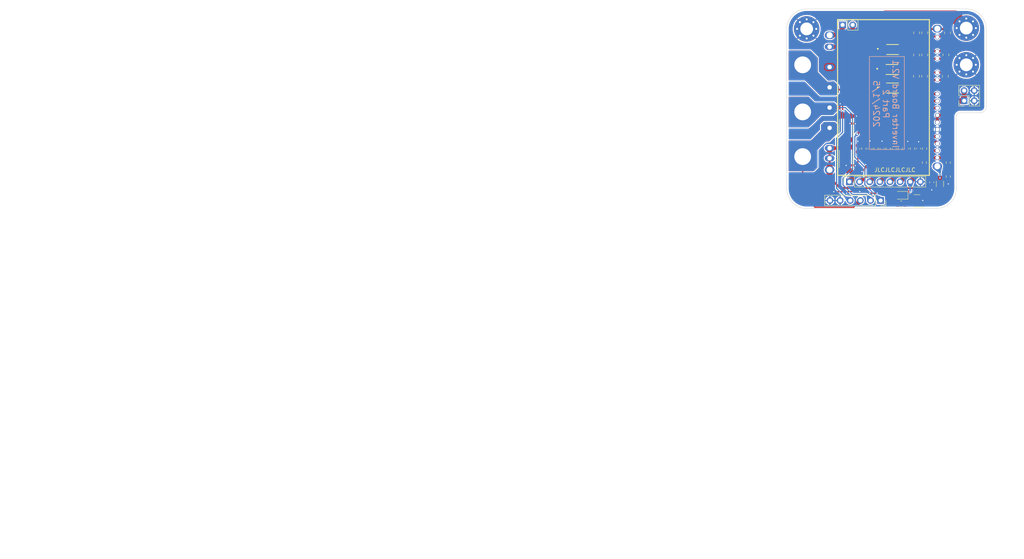
<source format=kicad_pcb>
(kicad_pcb (version 20221018) (generator pcbnew)
  (layers (0 "F.Cu" signal) (31 "B.Cu" signal) (34 "B.Paste" user) (35 "F.Paste" user) (36 "B.SilkS" user "B.Silkscreen") (37 "F.SilkS" user "F.Silkscreen") (38 "B.Mask" user) (39 "F.Mask" user) (44 "Edge.Cuts" user))
  (net 0 "")
  (net 1 "GND")
  (net 2 "+5V1")
  (net 3 "DC_BUS")
  (net 4 "/M+1")
  (net 5 "/M-1")
  (net 6 "/M+2")
  (net 7 "/M-2")
  (net 8 "/M+3")
  (net 9 "/M-3")
  (net 10 "/OPWM1A")
  (net 11 "/OPWM2A")
  (net 12 "/OPWM3A")
  (net 13 "/OPWM1B")
  (net 14 "/OPWM2B")
  (net 15 "/OPWM3B")
  (net 16 "Net-(Q2-CSC)")
  (net 17 "+15V1")
  (net 18 "Net-(D1-K)")
  (net 19 "/U")
  (net 20 "/V")
  (net 21 "/W")
  (net 22 "Net-(J13-Pin_1)")
  (net 23 "Net-(Q1-B)")
  (net 24 "Net-(Q1-C)")
  (net 25 "/CSC")
  (net 26 "/DSP_PWM1_~{FAULT_5V}")
  (net 27 "Net-(Q2-IN(WL))")
  (net 28 "Net-(Q2-IN(VL))")
  (net 29 "Net-(Q2-IN(UL))")
  (net 30 "Net-(Q2-IN(WH))")
  (net 31 "Net-(Q2-IN(VH))")
  (net 32 "Net-(Q2-IN(UH))")
  (net 33 "Net-(J13-Pin_2)")
  (footprint "inverter_lib:MELF_DO-213AB" (layer "F.Cu") (at 64.85 31.2)
    (fp_text reference "Z1" hide)
    (fp_text value "ZM4746A-GS08" hide)
    (pad "1" smd rect (at -2.625 0 90) (size 3 1.25) (layers "F.Cu" "F.Paste" "F.Mask") (net 4 "/M+1"))
    (pad "2" smd rect (at 2.625 0 90) (size 3 1.25) (layers "F.Cu" "F.Paste" "F.Mask") (net 5 "/M-1"))
  )
  (footprint "inverter_lib:MELF_DO-213AB" (layer "F.Cu") (at 64.7 36.2)
    (fp_text reference "Z2" hide)
    (fp_text value "ZM4746A-GS08" hide)
    (pad "1" smd rect (at -2.625 0 90) (size 3 1.25) (layers "F.Cu" "F.Paste" "F.Mask") (net 6 "/M+2"))
    (pad "2" smd rect (at 2.625 0 90) (size 3 1.25) (layers "F.Cu" "F.Paste" "F.Mask") (net 7 "/M-2"))
  )
  (footprint "Capacitor_SMD:C_0805_2012Metric" (layer "F.Cu") (at 72.925 32.556369 -90)
    (fp_text reference "C10" hide)
    (fp_text value "2.2uf")
    (pad "1" smd roundrect (at -0.95 0 270) (size 1 1.45) (layers "F.Cu" "F.Paste" "F.Mask") (net 6 "/M+2"))
    (pad "2" smd roundrect (at 0.95 0 270) (size 1 1.45) (layers "F.Cu" "F.Paste" "F.Mask") (net 7 "/M-2"))
  )
  (footprint "Resistor_SMD:R_2512_6332Metric" (layer "F.Cu") (at 53.25 58.618869 -90)
    (fp_text reference "R19" hide)
    (fp_text value "8mR")
    (pad "1" smd roundrect (at -2.9625 0 270) (size 1.225 3.35) (layers "F.Cu" "F.Paste" "F.Mask") (roundrect_rratio 0.2040816327) (net 25 "/CSC"))
    (pad "2" smd roundrect (at 2.9625 0 270) (size 1.225 3.35) (layers "F.Cu" "F.Paste" "F.Mask") (roundrect_rratio 0.2040816327) (net 1 "GND"))
  )
  (footprint "Resistor_SMD:R_0603_1608Metric" (layer "F.Cu") (at 60.710738 56.031369 -90)
    (fp_text reference "R14" hide)
    (fp_text value "100R")
    (pad "1" smd roundrect (at -0.825 0 270) (size 0.8 0.95) (layers "F.Cu" "F.Paste" "F.Mask") (net 31 "Net-(Q2-IN(VH))"))
    (pad "2" smd roundrect (at 0.825 0 270) (size 0.8 0.95) (layers "F.Cu" "F.Paste" "F.Mask") (net 11 "/OPWM2A"))
  )
  (footprint "Resistor_SMD:R_0603_1608Metric" (layer "F.Cu") (at 72.87271 56.031369 -90)
    (fp_text reference "R18" hide)
    (fp_text value "100R")
    (pad "1" smd roundrect (at -0.825 0 270) (size 0.8 0.95) (layers "F.Cu" "F.Paste" "F.Mask") (net 27 "Net-(Q2-IN(WL))"))
    (pad "2" smd roundrect (at 0.825 0 270) (size 0.8 0.95) (layers "F.Cu" "F.Paste" "F.Mask") (net 15 "/OPWM3B"))
  )
  (footprint "Resistor_SMD:R_0805_2012Metric" (layer "F.Cu") (at 67.025 69.881369 180)
    (fp_text reference "R3" hide)
    (fp_text value "301R")
    (pad "1" smd roundrect (at -0.9125 0 180) (size 1.025 1.4) (layers "F.Cu" "F.Paste" "F.Mask") (roundrect_rratio 0.243902439) (net 24 "Net-(Q1-C)"))
    (pad "2" smd roundrect (at 0.9125 0 180) (size 1.025 1.4) (layers "F.Cu" "F.Paste" "F.Mask") (roundrect_rratio 0.243902439) (net 18 "Net-(D1-K)"))
  )
  (footprint "Resistor_SMD:R_1206_3216Metric" (layer "F.Cu") (at 76.725 64.871369 -90)
    (fp_text reference "R21" hide)
    (fp_text value "2k")
    (pad "1" smd roundrect (at -1.4625 0 270) (size 1.125 1.75) (layers "F.Cu" "F.Paste" "F.Mask") (roundrect_rratio 0.2222222222) (net 16 "Net-(Q2-CSC)"))
    (pad "2" smd roundrect (at 1.4625 0 270) (size 1.125 1.75) (layers "F.Cu" "F.Paste" "F.Mask") (roundrect_rratio 0.2222222222) (net 25 "/CSC"))
  )
  (footprint "Resistor_SMD:R_0603_1608Metric" (layer "F.Cu") (at 69.832214 56.031369 -90)
    (fp_text reference "R17" hide)
    (fp_text value "100R")
    (pad "1" smd roundrect (at -0.825 0 270) (size 0.8 0.95) (layers "F.Cu" "F.Paste" "F.Mask") (net 28 "Net-(Q2-IN(VL))"))
    (pad "2" smd roundrect (at 0.825 0 270) (size 0.8 0.95) (layers "F.Cu" "F.Paste" "F.Mask") (net 14 "/OPWM2B"))
  )
  (footprint "Resistor_SMD:R_0603_1608Metric" (layer "F.Cu") (at 78.825 59.531369 90)
    (fp_text reference "R6" hide)
    (fp_text value "10K")
    (pad "1" smd roundrect (at -0.825 0 90) (size 0.8 0.95) (layers "F.Cu" "F.Paste" "F.Mask") (net 23 "Net-(Q1-B)"))
    (pad "2" smd roundrect (at 0.825 0 90) (size 0.8 0.95) (layers "F.Cu" "F.Paste" "F.Mask") (net 26 "/DSP_PWM1_~{FAULT_5V}"))
  )
  (footprint "Capacitor_SMD:C_0603_1608Metric" (layer "F.Cu") (at 71.35246 56.031369 -90)
    (fp_text reference "C20" hide)
    (fp_text value "100pf")
    (pad "1" smd roundrect (at -0.775 0 270) (size 0.9 0.95) (layers "F.Cu" "F.Paste" "F.Mask") (net 1 "GND"))
    (pad "2" smd roundrect (at 0.775 0 270) (size 0.9 0.95) (layers "F.Cu" "F.Paste" "F.Mask") (net 15 "/OPWM3B"))
  )
  (footprint "Capacitor_SMD:C_0805_2012Metric" (layer "F.Cu") (at 78.625 27.031369 -90)
    (fp_text reference "C7" hide)
    (fp_text value "100nf")
    (pad "1" smd roundrect (at -0.95 0 270) (size 1 1.45) (layers "F.Cu" "F.Paste" "F.Mask") (net 4 "/M+1"))
    (pad "2" smd roundrect (at 0.95 0 270) (size 1 1.45) (layers "F.Cu" "F.Paste" "F.Mask") (net 5 "/M-1"))
  )
  (footprint "Capacitor_SMD:C_0805_2012Metric" (layer "F.Cu") (at 72.92 27.006369 -90)
    (fp_text reference "C5" hide)
    (fp_text value "2.2uf")
    (pad "1" smd roundrect (at -0.95 0 270) (size 1 1.45) (layers "F.Cu" "F.Paste" "F.Mask") (net 4 "/M+1"))
    (pad "2" smd roundrect (at 0.95 0 270) (size 1 1.45) (layers "F.Cu" "F.Paste" "F.Mask") (net 5 "/M-1"))
  )
  (footprint "Capacitor_SMD:C_0805_2012Metric" (layer "F.Cu") (at 70.855 37.881369 -90)
    (fp_text reference "C13" hide)
    (fp_text value "2.2uf")
    (pad "1" smd roundrect (at -0.95 0 270) (size 1 1.45) (layers "F.Cu" "F.Paste" "F.Mask") (net 8 "/M+3"))
    (pad "2" smd roundrect (at 0.95 0 270) (size 1 1.45) (layers "F.Cu" "F.Paste" "F.Mask") (net 9 "/M-3"))
  )
  (footprint "inverter_lib:M3_smt" (layer "F.Cu") (at 42.325 35.031369)
    (fp_text reference "J8" hide)
    (fp_text value "Header 2")
    (pad "1" thru_hole circle (at 0 0) (size 6.2 6.2) (drill 4.2) (layers "*.Cu" "*.Mask") (net 19 "/U"))
  )
  (footprint "Resistor_SMD:R_2512_6332Metric" (layer "F.Cu") (at 53.25 50.843869 90)
    (fp_text reference "R20" hide)
    (fp_text value "8mR")
    (pad "1" smd roundrect (at -2.9625 0 90) (size 1.225 3.35) (layers "F.Cu" "F.Paste" "F.Mask") (roundrect_rratio 0.2040816327) (net 25 "/CSC"))
    (pad "2" smd roundrect (at 2.9625 0 90) (size 1.225 3.35) (layers "F.Cu" "F.Paste" "F.Mask") (roundrect_rratio 0.2040816327) (net 1 "GND"))
  )
  (footprint "Resistor_SMD:R_0603_1608Metric" (layer "F.Cu") (at 57.670246 56.031369 -90)
    (fp_text reference "R13" hide)
    (fp_text value "100R")
    (pad "1" smd roundrect (at -0.825 0 270) (size 0.8 0.95) (layers "F.Cu" "F.Paste" "F.Mask") (net 32 "Net-(Q2-IN(UH))"))
    (pad "2" smd roundrect (at 0.825 0 270) (size 0.8 0.95) (layers "F.Cu" "F.Paste" "F.Mask") (net 10 "/OPWM1A"))
  )
  (footprint "Capacitor_SMD:C_0603_1608Metric" (layer "F.Cu") (at 59.190492 56.031369 -90)
    (fp_text reference "C16" hide)
    (fp_text value "100pf")
    (pad "1" smd roundrect (at -0.775 0 270) (size 0.9 0.95) (layers "F.Cu" "F.Paste" "F.Mask") (net 1 "GND"))
    (pad "2" smd roundrect (at 0.775 0 270) (size 0.9 0.95) (layers "F.Cu" "F.Paste" "F.Mask") (net 11 "/OPWM2A"))
  )
  (footprint "MountingHole:MountingHole_3.2mm_M3_Pad_Via" (layer "F.Cu") (at 83.325 25.831369)
    (fp_text reference "H1" hide)
    (fp_text value "MountingHole_Pad")
    (pad "1" thru_hole circle (at -2.4 0) (size 0.8 0.8) (drill 0.5) (layers "*.Cu" "*.Mask") (net 3 "DC_BUS"))
    (pad "1" thru_hole circle (at -1.697056 -1.697056) (size 0.8 0.8) (drill 0.5) (layers "*.Cu" "*.Mask") (net 3 "DC_BUS"))
    (pad "1" thru_hole circle (at -1.697056 1.697056) (size 0.8 0.8) (drill 0.5) (layers "*.Cu" "*.Mask") (net 3 "DC_BUS"))
    (pad "1" thru_hole circle (at 0 -2.4) (size 0.8 0.8) (drill 0.5) (layers "*.Cu" "*.Mask") (net 3 "DC_BUS"))
    (pad "1" thru_hole circle (at 0 0) (size 6.4 6.4) (drill 3.2) (layers "*.Cu" "*.Mask") (net 3 "DC_BUS"))
    (pad "1" thru_hole circle (at 0 2.4) (size 0.8 0.8) (drill 0.5) (layers "*.Cu" "*.Mask") (net 3 "DC_BUS"))
    (pad "1" thru_hole circle (at 1.697056 -1.697056) (size 0.8 0.8) (drill 0.5) (layers "*.Cu" "*.Mask") (net 3 "DC_BUS"))
    (pad "1" thru_hole circle (at 1.697056 1.697056) (size 0.8 0.8) (drill 0.5) (layers "*.Cu" "*.Mask") (net 3 "DC_BUS"))
    (pad "1" thru_hole circle (at 2.4 0) (size 0.8 0.8) (drill 0.5) (layers "*.Cu" "*.Mask") (net 3 "DC_BUS"))
  )
  (footprint "LED_SMD:LED_0805_2012Metric" (layer "F.Cu") (at 67.025 67.731369 180)
    (fp_text reference "D1" hide)
    (fp_text value "LEDRED")
    (pad "1" smd roundrect (at -0.9375 0 180) (size 0.975 1.4) (layers "F.Cu" "F.Paste" "F.Mask") (net 2 "+5V1"))
    (pad "2" smd roundrect (at 0.9375 0 180) (size 0.975 1.4) (layers "F.Cu" "F.Paste" "F.Mask") (net 18 "Net-(D1-K)"))
  )
  (footprint "inverter_lib:M3_smt" (layer "F.Cu") (at 42.325 58.031369)
    (fp_text reference "J11" hide)
    (fp_text value "Header 2")
    (pad "1" thru_hole circle (at 0 0) (size 6.2 6.2) (drill 4.2) (layers "*.Cu" "*.Mask") (net 21 "/W"))
  )
  (footprint "Capacitor_SMD:C_0805_2012Metric" (layer "F.Cu") (at 70.875 32.556369 -90)
    (fp_text reference "C9" hide)
    (fp_text value "2.2uf")
    (pad "1" smd roundrect (at -0.95 0 270) (size 1 1.45) (layers "F.Cu" "F.Paste" "F.Mask") (net 6 "/M+2"))
    (pad "2" smd roundrect (at 0.95 0 270) (size 1 1.45) (layers "F.Cu" "F.Paste" "F.Mask") (net 7 "/M-2"))
  )
  (footprint "Capacitor_SMD:C_0805_2012Metric" (layer "F.Cu") (at 72.905 37.881369 -90)
    (fp_text reference "C12" hide)
    (fp_text value "2.2uf")
    (pad "1" smd roundrect (at -0.95 0 270) (size 1 1.45) (layers "F.Cu" "F.Paste" "F.Mask") (net 8 "/M+3"))
    (pad "2" smd roundrect (at 0.95 0 270) (size 1 1.45) (layers "F.Cu" "F.Paste" "F.Mask") (net 9 "/M-3"))
  )
  (footprint "Capacitor_SMD:C_0603_1608Metric" (layer "F.Cu") (at 65.271476 56.031369 -90)
    (fp_text reference "C18" hide)
    (fp_text value "100pf")
    (pad "1" smd roundrect (at -0.775 0 270) (size 0.9 0.95) (layers "F.Cu" "F.Paste" "F.Mask") (net 1 "GND"))
    (pad "2" smd roundrect (at 0.775 0 270) (size 0.9 0.95) (layers "F.Cu" "F.Paste" "F.Mask") (net 13 "/OPWM1B"))
  )
  (footprint "inverter_lib:MELF_DO-213AB" (layer "F.Cu") (at 64.85 40.85)
    (fp_text reference "Z3" hide)
    (fp_text value "ZM4746A-GS08" hide)
    (pad "1" smd rect (at -2.625 0 90) (size 3 1.25) (layers "F.Cu" "F.Paste" "F.Mask") (net 8 "/M+3"))
    (pad "2" smd rect (at 2.625 0 90) (size 3 1.25) (layers "F.Cu" "F.Paste" "F.Mask") (net 9 "/M-3"))
  )
  (footprint "Resistor_SMD:R_0603_1608Metric" (layer "F.Cu") (at 78.825 63.031369 -90)
    (fp_text reference "R7" hide)
    (fp_text value "2K")
    (pad "1" smd roundrect (at -0.825 0 270) (size 0.8 0.95) (layers "F.Cu" "F.Paste" "F.Mask") (net 23 "Net-(Q1-B)"))
    (pad "2" smd roundrect (at 0.825 0 270) (size 0.8 0.95) (layers "F.Cu" "F.Paste" "F.Mask") (net 1 "GND"))
  )
  (footprint "Connector_PinSocket_2.54mm:PinSocket_2x02_P2.54mm_Vertical" (layer "F.Cu") (at 82.785 44.031369 180)
    (fp_text reference "J12" hide)
    (fp_text value "Conn_01x02_Pin")
    (pad "1" thru_hole rect (at 0 0 180) (size 1.7 1.7) (drill 1) (layers "*.Cu" "*.Mask") (net 17 "+15V1"))
    (pad "2" thru_hole oval (at -2.54 0 180) (size 1.7 1.7) (drill 1) (layers "*.Cu" "*.Mask") (net 1 "GND"))
    (pad "3" thru_hole oval (at 0 2.54 180) (size 1.7 1.7) (drill 1) (layers "*.Cu" "*.Mask") (net 17 "+15V1"))
    (pad "4" thru_hole oval (at -2.54 2.54 180) (size 1.7 1.7) (drill 1) (layers "*.Cu" "*.Mask") (net 1 "GND"))
  )
  (footprint "Package_TO_SOT_SMD:SOT-23-3" (layer "F.Cu") (at 70.975 69.131369 180)
    (fp_text reference "Q1" hide)
    (fp_text value "FMMT618TA")
    (pad "1" smd roundrect (at -1.1375 -0.95 180) (size 1.325 0.6) (layers "F.Cu" "F.Paste" "F.Mask") (net 23 "Net-(Q1-B)"))
    (pad "2" smd roundrect (at -1.1375 0.95 180) (size 1.325 0.6) (layers "F.Cu" "F.Paste" "F.Mask") (net 1 "GND"))
    (pad "3" smd roundrect (at 1.1375 0 180) (size 1.325 0.6) (layers "F.Cu" "F.Paste" "F.Mask") (net 24 "Net-(Q1-C)"))
  )
  (footprint "Capacitor_SMD:C_0603_1608Metric" (layer "F.Cu") (at 74.675 64.471369 90)
    (fp_text reference "C21" hide)
    (fp_text value "1nf")
    (pad "1" smd roundrect (at -0.775 0 90) (size 0.9 0.95) (layers "F.Cu" "F.Paste" "F.Mask") (net 1 "GND"))
    (pad "2" smd roundrect (at 0.775 0 90) (size 0.9 0.95) (layers "F.Cu" "F.Paste" "F.Mask") (net 16 "Net-(Q2-CSC)"))
  )
  (footprint "Capacitor_SMD:C_0805_2012Metric" (layer "F.Cu") (at 78.225 32.531369 -90)
    (fp_text reference "C11" hide)
    (fp_text value "100nf")
    (pad "1" smd roundrect (at -0.95 0 270) (size 1 1.45) (layers "F.Cu" "F.Paste" "F.Mask") (net 6 "/M+2"))
    (pad "2" smd roundrect (at 0.95 0 270) (size 1 1.45) (layers "F.Cu" "F.Paste" "F.Mask") (net 7 "/M-2"))
  )
  (footprint "Connector_PinSocket_2.54mm:PinSocket_1x08_P2.54mm_Vertical" (layer "F.Cu") (at 54.041 64.338369 90)
    (fp_text reference "J2" hide)
    (fp_text value "Conn_01x08_Pin")
    (pad "1" thru_hole rect (at 0 0 90) (size 1.7 1.7) (drill 1) (layers "*.Cu" "*.Mask") (net 10 "/OPWM1A"))
    (pad "2" thru_hole oval (at 0 2.54 90) (size 1.7 1.7) (drill 1) (layers "*.Cu" "*.Mask") (net 11 "/OPWM2A"))
    (pad "3" thru_hole oval (at 0 5.08 90) (size 1.7 1.7) (drill 1) (layers "*.Cu" "*.Mask") (net 12 "/OPWM3A"))
    (pad "4" thru_hole oval (at 0 7.62 90) (size 1.7 1.7) (drill 1) (layers "*.Cu" "*.Mask") (net 13 "/OPWM1B"))
    (pad "5" thru_hole oval (at 0 10.16 90) (size 1.7 1.7) (drill 1) (layers "*.Cu" "*.Mask") (net 14 "/OPWM2B"))
    (pad "6" thru_hole oval (at 0 12.7 90) (size 1.7 1.7) (drill 1) (layers "*.Cu" "*.Mask") (net 15 "/OPWM3B"))
    (pad "7" thru_hole oval (at 0 15.24 90) (size 1.7 1.7) (drill 1) (layers "*.Cu" "*.Mask") (net 2 "+5V1"))
    (pad "8" thru_hole oval (at 0 17.78 90) (size 1.7 1.7) (drill 1) (layers "*.Cu" "*.Mask") (net 1 "GND"))
  )
  (footprint "Capacitor_SMD:C_0603_1608Metric" (layer "F.Cu") (at 56.15 56.031369 -90)
    (fp_text reference "C15" hide)
    (fp_text value "100pf")
    (pad "1" smd roundrect (at -0.775 0 270) (size 0.9 0.95) (layers "F.Cu" "F.Paste" "F.Mask") (net 1 "GND"))
    (pad "2" smd roundrect (at 0.775 0 270) (size 0.9 0.95) (layers "F.Cu" "F.Paste" "F.Mask") (net 10 "/OPWM1A"))
  )
  (footprint "Connector_PinSocket_2.54mm:PinSocket_1x02_P2.54mm_Vertical" (layer "F.Cu") (at 52.325 25.031369 90)
    (fp_text reference "J13" hide)
    (fp_text value "Conn_01x02_Pin")
    (pad "1" thru_hole rect (at 0 0 90) (size 1.7 1.7) (drill 1) (layers "*.Cu" "*.Mask") (net 22 "Net-(J13-Pin_1)"))
    (pad "2" thru_hole oval (at 0 2.54 90) (size 1.7 1.7) (drill 1) (layers "*.Cu" "*.Mask") (net 33 "Net-(J13-Pin_2)"))
  )
  (footprint "Capacitor_SMD:C_0603_1608Metric" (layer "F.Cu") (at 68.311968 56.031369 -90)
    (fp_text reference "C19" hide)
    (fp_text value "100pf")
    (pad "1" smd roundrect (at -0.775 0 270) (size 0.9 0.95) (layers "F.Cu" "F.Paste" "F.Mask") (net 1 "GND"))
    (pad "2" smd roundrect (at 0.775 0 270) (size 0.9 0.95) (layers "F.Cu" "F.Paste" "F.Mask") (net 14 "/OPWM2B"))
  )
  (footprint "Capacitor_SMD:C_0805_2012Metric" (layer "F.Cu") (at 78.075 37.901369 -90)
    (fp_text reference "C14" hide)
    (fp_text value "100nf")
    (pad "1" smd roundrect (at -0.95 0 270) (size 1 1.45) (layers "F.Cu" "F.Paste" "F.Mask") (net 8 "/M+3"))
    (pad "2" smd roundrect (at 0.95 0 270) (size 1 1.45) (layers "F.Cu" "F.Paste" "F.Mask") (net 9 "/M-3"))
  )
  (footprint "Resistor_SMD:R_0603_1608Metric" (layer "F.Cu") (at 66.791722 56.031369 -90)
    (fp_text reference "R16" hide)
    (fp_text value "100R")
    (pad "1" smd roundrect (at -0.825 0 270) (size 0.8 0.95) (layers "F.Cu" "F.Paste" "F.Mask") (net 29 "Net-(Q2-IN(UL))"))
    (pad "2" smd roundrect (at 0.825 0 270) (size 0.8 0.95) (layers "F.Cu" "F.Paste" "F.Mask") (net 13 "/OPWM1B"))
  )
  (footprint "Connector_PinSocket_2.54mm:PinSocket_1x06_P2.54mm_Vertical" (layer "F.Cu") (at 61.865 69.031369 -90)
    (fp_text reference "J10" hide)
    (fp_text value "Conn_01x06_Pin")
    (pad "1" thru_hole rect (at 0 0 270) (size 1.7 1.7) (drill 1) (layers "*.Cu" "*.Mask") (net 3 "DC_BUS"))
    (pad "2" thru_hole oval (at 0 2.54 270) (size 1.7 1.7) (drill 1) (layers "*.Cu" "*.Mask") (net 20 "/V"))
    (pad "3" thru_hole oval (at 0 5.08 270) (size 1.7 1.7) (drill 1) (layers "*.Cu" "*.Mask") (net 21 "/W"))
    (pad "4" thru_hole oval (at 0 7.62 270) (size 1.7 1.7) (drill 1) (layers "*.Cu" "*.Mask") (net 19 "/U"))
    (pad "5" thru_hole oval (at 0 10.16 270) (size 1.7 1.7) (drill 1) (layers "*.Cu" "*.Mask") (net 1 "GND"))
    (pad "6" thru_hole oval (at 0 12.7 270) (size 1.7 1.7) (drill 1) (layers "*.Cu" "*.Mask") (net 1 "GND"))
  )
  (footprint "MountingHole:MountingHole_3.2mm_M3_Pad_Via" (layer "F.Cu") (at 43.325 26.031369)
    (fp_text reference "H3" hide)
    (fp_text value "MountingHole_Pad")
    (pad "1" thru_hole circle (at -2.4 0) (size 0.8 0.8) (drill 0.5) (layers "*.Cu" "*.Mask") (net 1 "GND"))
    (pad "1" thru_hole circle (at -1.697056 -1.697056) (size 0.8 0.8) (drill 0.5) (layers "*.Cu" "*.Mask") (net 1 "GND"))
    (pad "1" thru_hole circle (at -1.697056 1.697056) (size 0.8 0.8) (drill 0.5) (layers "*.Cu" "*.Mask") (net 1 "GND"))
    (pad "1" thru_hole circle (at 0 -2.4) (size 0.8 0.8) (drill 0.5) (layers "*.Cu" "*.Mask") (net 1 "GND"))
    (pad "1" thru_hole circle (at 0 0) (size 6.4 6.4) (drill 3.2) (layers "*.Cu" "*.Mask") (net 1 "GND"))
    (pad "1" thru_hole circle (at 0 2.4) (size 0.8 0.8) (drill 0.5) (layers "*.Cu" "*.Mask") (net 1 "GND"))
    (pad "1" thru_hole circle (at 1.697056 -1.697056) (size 0.8 0.8) (drill 0.5) (layers "*.Cu" "*.Mask") (net 1 "GND"))
    (pad "1" thru_hole circle (at 1.697056 1.697056) (size 0.8 0.8) (drill 0.5) (layers "*.Cu" "*.Mask") (net 1 "GND"))
    (pad "1" thru_hole circle (at 2.4 0) (size 0.8 0.8) (drill 0.5) (layers "*.Cu" "*.Mask") (net 1 "GND"))
  )
  (footprint "Resistor_SMD:R_0603_1608Metric" (layer "F.Cu") (at 63.75123 56.031369 -90)
    (fp_text reference "R15" hide)
    (fp_text value "100R")
    (pad "1" smd roundrect (at -0.825 0 270) (size 0.8 0.95) (layers "F.Cu" "F.Paste" "F.Mask") (net 30 "Net-(Q2-IN(WH))"))
    (pad "2" smd roundrect (at 0.825 0 270) (size 0.8 0.95) (layers "F.Cu" "F.Paste" "F.Mask") (net 12 "/OPWM3A"))
  )
  (footprint "MountingHole:MountingHole_3.2mm_M3_Pad_Via" (layer "F.Cu") (at 83.325 35.031369)
    (fp_text reference "H2" hide)
    (fp_text value "MountingHole_Pad")
    (pad "1" thru_hole circle (at -2.4 0) (size 0.8 0.8) (drill 0.5) (layers "*.Cu" "*.Mask") (net 1 "GND"))
    (pad "1" thru_hole circle (at -1.697056 -1.697056) (size 0.8 0.8) (drill 0.5) (layers "*.Cu" "*.Mask") (net 1 "GND"))
    (pad "1" thru_hole circle (at -1.697056 1.697056) (size 0.8 0.8) (drill 0.5) (layers "*.Cu" "*.Mask") (net 1 "GND"))
    (pad "1" thru_hole circle (at 0 -2.4) (size 0.8 0.8) (drill 0.5) (layers "*.Cu" "*.Mask") (net 1 "GND"))
    (pad "1" thru_hole circle (at 0 0) (size 6.4 6.4) (drill 3.2) (layers "*.Cu" "*.Mask") (net 1 "GND"))
    (pad "1" thru_hole circle (at 0 2.4) (size 0.8 0.8) (drill 0.5) (layers "*.Cu" "*.Mask") (net 1 "GND"))
    (pad "1" thru_hole circle (at 1.697056 -1.697056) (size 0.8 0.8) (drill 0.5) (layers "*.Cu" "*.Mask") (net 1 "GND"))
    (pad "1" thru_hole circle (at 1.697056 1.697056) (size 0.8 0.8) (drill 0.5) (layers "*.Cu" "*.Mask") (net 1 "GND"))
    (pad "1" thru_hole circle (at 2.4 0) (size 0.8 0.8) (drill 0.5) (layers "*.Cu" "*.Mask") (net 1 "GND"))
  )
  (footprint "Resistor_SMD:R_0603_1608Metric" (layer "F.Cu") (at 72.825 59.531369 90)
    (fp_text reference "R22" hide)
    (fp_text value "1K")
    (pad "1" smd roundrect (at -0.825 0 90) (size 0.8 0.95) (layers "F.Cu" "F.Paste" "F.Mask") (net 2 "+5V1"))
    (pad "2" smd roundrect (at 0.825 0 90) (size 0.8 0.95) (layers "F.Cu" "F.Paste" "F.Mask") (net 26 "/DSP_PWM1_~{FAULT_5V}"))
  )
  (footprint "inverter_lib:M3_smt" (layer "F.Cu") (at 42.325 46.831369)
    (fp_text reference "J9" hide)
    (fp_text value "Header 2")
    (pad "1" thru_hole circle (at 0 0) (size 6.2 6.2) (drill 4.2) (layers "*.Cu" "*.Mask") (net 20 "/V"))
  )
  (footprint "Capacitor_SMD:C_0603_1608Metric" (layer "F.Cu") (at 62.230984 56.031369 -90)
    (fp_text reference "C17" hide)
    (fp_text value "100pf")
    (pad "1" smd roundrect (at -0.775 0 270) (size 0.9 0.95) (layers "F.Cu" "F.Paste" "F.Mask") (net 1 "GND"))
    (pad "2" smd roundrect (at 0.775 0 270) (size 0.9 0.95) (layers "F.Cu" "F.Paste" "F.Mask") (net 12 "/OPWM3A"))
  )
  (footprint "Capacitor_SMD:C_0805_2012Metric" (layer "F.Cu") (at 70.875 27.006369 -90)
    (fp_text reference "C6" hide)
    (fp_text value "2.2uf")
    (pad "1" smd roundrect (at -0.95 0 270) (size 1 1.45) (layers "F.Cu" "F.Paste" "F.Mask") (net 4 "/M+1"))
    (pad "2" smd roundrect (at 0.95 0 270) (size 1 1.45) (layers "F.Cu" "F.Paste" "F.Mask") (net 5 "/M-1"))
  )
  (footprint "inverter_lib:FNC42060F" (layer "B.Cu") (at 62.575 43.659869)
    (fp_text reference "Q2" hide)
    (fp_text value "FNC42060F" hide)
    (pad "1" thru_hole oval (at -13.5 -16.0345) (size 2.4 1.9) (drill 1.5) (layers "*.Cu" "*.Mask") (net 22 "Net-(J13-Pin_1)"))
    (pad "2" thru_hole oval (at -13.5 -13.1445) (size 2.4 1.5) (drill 1.1) (layers "*.Cu" "*.Mask") (net 33 "Net-(J13-Pin_2)"))
    (pad "3" thru_hole oval (at -13.5 -8.0645) (size 2.4 1.5) (drill 1.1) (layers "*.Cu" "*.Mask") (net 3 "DC_BUS"))
    (pad "4" thru_hole oval (at -13.5 -2.9845) (size 2.4 1.5) (drill 1.1) (layers "*.Cu" "*.Mask") (net 19 "/U"))
    (pad "5" thru_hole oval (at -13.5 2.0955) (size 2.4 1.5) (drill 1.1) (layers "*.Cu" "*.Mask") (net 20 "/V"))
    (pad "6" thru_hole oval (at -13.5 7.1755) (size 2.4 1.5) (drill 1.1) (layers "*.Cu" "*.Mask") (net 21 "/W"))
    (pad "7" thru_hole oval (at -13.5 12.2555) (size 2.4 1.5) (drill 1.1) (layers "*.Cu" "*.Mask") (net 25 "/CSC"))
    (pad "8" thru_hole oval (at -13.5 14.7955) (size 2.4 1.5) (drill 1.1) (layers "*.Cu" "*.Mask") (net 25 "/CSC"))
    (pad "9" thru_hole oval (at -13.5 17.6855) (size 2.4 1.9) (drill 1.5) (layers "*.Cu" "*.Mask") (net 25 "/CSC"))
    (pad "10" thru_hole oval (at 13.5 16.7965) (size 2.4 1.9) (drill 1.5) (layers "*.Cu" "*.Mask") (net 16 "Net-(Q2-CSC)"))
    (pad "11" thru_hole oval (at 13.5 14.6685) (size 1.2 1.1) (drill 0.9) (layers "*.Cu" "*.Mask") (net 26 "/DSP_PWM1_~{FAULT_5V}"))
    (pad "12" thru_hole oval (at 13.5 12.89051) (size 1.2 1.1) (drill 0.9) (layers "*.Cu" "*.Mask") (net 27 "Net-(Q2-IN(WL))"))
    (pad "13" thru_hole oval (at 13.5 11.1125) (size 1.2 1.1) (drill 0.9) (layers "*.Cu" "*.Mask") (net 28 "Net-(Q2-IN(VL))"))
    (pad "14" thru_hole oval (at 13.5 9.3345) (size 1.2 1.1) (drill 0.9) (layers "*.Cu" "*.Mask") (net 29 "Net-(Q2-IN(UL))"))
    (pad "15" thru_hole oval (at 13.5 7.5565) (size 1.2 1.1) (drill 0.9) (layers "*.Cu" "*.Mask") (net 1 "GND"))
    (pad "16" thru_hole oval (at 13.5 5.77851) (size 1.2 1.1) (drill 0.9) (layers "*.Cu" "*.Mask") (net 17 "+15V1"))
    (pad "17" thru_hole oval (at 13.5 4.0005) (size 1.2 1.1) (drill 0.9) (layers "*.Cu" "*.Mask") (net 17 "+15V1"))
    (pad "18" thru_hole oval (at 13.5 2.2225) (size 1.2 1.1) (drill 0.9) (layers "*.Cu" "*.Mask") (net 30 "Net-(Q2-IN(WH))"))
    (pad "19" thru_hole oval (at 13.5 0.4445) (size 1.2 1.1) (drill 0.9) (layers "*.Cu" "*.Mask") (net 31 "Net-(Q2-IN(VH))"))
    (pad "20" thru_hole oval (at 13.5 -1.3335) (size 1.2 1.1) (drill 0.9) (layers "*.Cu" "*.Mask") (net 32 "Net-(Q2-IN(UH))"))
    (pad "21" thru_hole circle (at 13.5 -4.8895) (size 1.1 1.1) (drill 0.9) (layers "*.Cu" "*.Mask") (net 9 "/M-3"))
    (pad "22" thru_hole circle (at 13.5 -6.6675) (size 1.1 1.1) (drill 0.9) (layers "*.Cu" "*.Mask") (net 8 "/M+3"))
    (pad "23" thru_hole circle (at 13.5 -10.2235) (size 1.1 1.1) (drill 0.9) (layers "*.Cu" "*.Mask") (net 7 "/M-2"))
    (pad "24" thru_hole circle (at 13.5 -12.0015) (size 1.1 1.1) (drill 0.9) (layers "*.Cu" "*.Mask") (net 6 "/M+2"))
    (pad "25" thru_hole circle (at 13.5 -15.5575) (size 1.1 1.1) (drill 0.9) (layers "*.Cu" "*.Mask") (net 5 "/M-1"))
    (pad "26" thru_hole oval (at 13.5 -17.6855) (size 2.4 1.9) (drill 1.5) (layers "*.Cu" "*.Mask") (net 4 "/M+1"))
  )
  (gr_rect (start 59.05 32.95) (end 67.8 56.25) (stroke (width 0.15)) (fill none) (layer "B.SilkS"))
  (gr_line (start 43.325 21.031369) (end 83.325 21.031369) (stroke (width 0.1)) (layer "Edge.Cuts"))
  (gr_arc (start 88.325 45.531369) (mid 87.88566 46.592029) (end 86.825 47.031369) (stroke (width 0.1)) (layer "Edge.Cuts"))
  (gr_arc (start 83.325 21.031369) (mid 86.860534 22.495835) (end 88.325 26.031369) (stroke (width 0.1)) (layer "Edge.Cuts"))
  (gr_arc (start 80.825 66.031369) (mid 79.360534 69.566903) (end 75.825 71.031369) (stroke (width 0.1)) (layer "Edge.Cuts"))
  (gr_line (start 38.325 66.031369) (end 38.325 26.031369) (stroke (width 0.1)) (layer "Edge.Cuts"))
  (gr_line (start 80.825 48.031369) (end 80.825 66.031369) (stroke (width 0.1)) (layer "Edge.Cuts"))
  (gr_line (start 86.825 47.031369) (end 81.825 47.031369) (stroke (width 0.1)) (layer "Edge.Cuts"))
  (gr_line (start 43.325 71.031369) (end 75.825 71.031369) (stroke (width 0.1)) (layer "Edge.Cuts"))
  (gr_arc (start 80.825 48.031369) (mid 81.117893 47.324262) (end 81.825 47.031369) (stroke (width 0.1)) (layer "Edge.Cuts"))
  (gr_line (start 88.325 45.531369) (end 88.325 26.031369) (stroke (width 0.1)) (layer "Edge.Cuts"))
  (gr_arc (start 43.325 71.031369) (mid 39.789466 69.566903) (end 38.325 66.031369) (stroke (width 0.1)) (layer "Edge.Cuts"))
  (gr_arc (start 38.325 26.031369) (mid 39.789466 22.495835) (end 43.325 21.031369) (stroke (width 0.1)) (layer "Edge.Cuts"))
  (gr_text "Inverter Board V2.1\nPart 2\n2024/1/5" (at 59.9 44.8 -90) (layer "B.SilkS") (effects (font (size 1.5 1.5) (thickness 0.2)) (justify bottom mirror)))
  (gr_text "JLCJLCJLCJLC" (at 60.2 61.95) (layer "F.SilkS") (effects (font (size 1 1)) (justify left bottom)))
  (segment (start 58.625 66.781369) (end 59.075 67.231369) (width 0.3) (layer "F.Cu") (net 1))
  (segment (start 51.575 46.381369) (end 51.575 46.771319) (width 0.5) (layer "F.Cu") (net 1))
  (segment (start 74.675 65.246369) (end 74.675 66.371369) (width 0.3) (layer "F.Cu") (net 1))
  (segment (start 51.575 46.771319) (end 52.68505 47.881369) (width 0.5) (layer "F.Cu") (net 1))
  (segment (start 65.271476 54.259893) (end 65.275 54.256369) (width 0.3) (layer "F.Cu") (net 1))
  (segment (start 59.190492 55.256369) (end 59.190492 54.115877) (width 0.3) (layer "F.Cu") (net 1))
  (segment (start 53.25 47.881369) (end 55.825 47.881369) (width 0.5) (layer "F.Cu") (net 1))
  (segment (start 53.25 61.581369) (end 53.25 60.256369) (width 0.5) (layer "F.Cu") (net 1))
  (segment (start 52.925 66.831369) (end 53.325 67.231369) (width 0.3) (layer "F.Cu") (net 1))
  (segment (start 59.125 67.181369) (end 59.075 67.231369) (width 0.3) (layer "F.Cu") (net 1))
  (segment (start 59.190492 54.115877) (end 59.2 54.106369) (width 0.3) (layer "F.Cu") (net 1))
  (segment (start 72.1125 68.181369) (end 72.1125 68.718869) (width 0.5) (layer "F.Cu") (net 1))
  (segment (start 51.575 44.931369) (end 51.725 44.781369) (width 0.5) (layer "F.Cu") (net 1))
  (segment (start 61.025 67.181369) (end 59.125 67.181369) (width 0.3) (layer "F.Cu") (net 1))
  (segment (start 62.230984 54.162353) (end 62.225 54.156369) (width 0.3) (layer "F.Cu") (net 1))
  (segment (start 65.271476 55.256369) (end 65.271476 54.259893) (width 0.3) (layer "F.Cu") (net 1))
  (segment (start 55.475 60.231369) (end 55.525 60.281369) (width 0.5) (layer "F.Cu") (net 1))
  (segment (start 58.125 60.831369) (end 57.175 61.781369) (width 0.3) (layer "F.Cu") (net 1))
  (segment (start 53.775 66.781369) (end 58.625 66.781369) (width 0.3) (layer "F.Cu") (net 1))
  (segment (start 52.68505 47.881369) (end 53.25 47.881369) (width 0.5) (layer "F.Cu") (net 1))
  (segment (start 56.15 55.256369) (end 56.15 54.231369) (width 0.3) (layer "F.Cu") (net 1))
  (segment (start 62.230984 55.256369) (end 62.230984 54.162353) (width 0.3) (layer "F.Cu") (net 1))
  (segment (start 55.475 49.731369) (end 55.525 49.781369) (width 0.5) (layer "F.Cu") (net 1))
  (segment (start 56.15 54.231369) (end 56.175 54.206369) (width 0.3) (layer "F.Cu") (net 1))
  (segment (start 51.575 46.381369) (end 51.575 44.931369) (width 0.5) (layer "F.Cu") (net 1))
  (segment (start 53.25 60.256369) (end 53.225 60.231369) (width 0.5) (layer "F.Cu") (net 1))
  (segment (start 71.35246 54.328409) (end 71.35246 55.256369) (width 0.3) (layer "F.Cu") (net 1))
  (segment (start 71.375 54.305869) (end 71.35246 54.328409) (width 0.3) (layer "F.Cu") (net 1))
  (segment (start 68.311968 54.569401) (end 68.65 54.231369) (width 0.3) (layer "F.Cu") (net 1))
  (segment (start 50.125 66.831369) (end 52.925 66.831369) (width 0.3) (layer "F.Cu") (net 1))
  (segment (start 72.1125 68.718869) (end 72.425 69.031369) (width 0.5) (layer "F.Cu") (net 1))
  (segment (start 53.325 67.231369) (end 53.775 66.781369) (width 0.3) (layer "F.Cu") (net 1))
  (segment (start 58.125 60.031369) (end 58.125 60.831369) (width 0.3) (layer "F.Cu") (net 1))
  (segment (start 54.175 49.731369) (end 55.475 49.731369) (width 0.5) (layer "F.Cu") (net 1))
  (segment (start 53.225 60.231369) (end 55.475 60.231369) (width 0.5) (layer "F.Cu") (net 1))
  (segment (start 68.311968 55.256369) (end 68.311968 54.569401) (width 0.3) (layer "F.Cu") (net 1))
  (segment (start 78.825 63.856369) (end 78.825 64.881369) (width 0.5) (layer "F.Cu") (net 1))
  (via (at 57.175 61.781369) (size 0.5) (drill 0.3) (layers "F.Cu" "B.Cu") (net 1))
  (via (at 54.175 49.731369) (size 0.5) (drill 0.3) (layers "F.Cu" "B.Cu") (net 1))
  (via (at 53.325 67.231369) (size 0.5) (drill 0.3) (layers "F.Cu" "B.Cu") (net 1))
  (via (at 55.525 49.781369) (size 0.5) (drill 0.3) (layers "F.Cu" "B.Cu") (net 1))
  (via (at 50.125 66.831369) (size 0.5) (drill 0.3) (layers "F.Cu" "B.Cu") (net 1))
  (via (at 61.025 67.181369) (size 0.5) (drill 0.3) (layers "F.Cu" "B.Cu") (net 1))
  (via (at 62.225 54.156369) (size 0.5) (drill 0.3) (layers "F.Cu" "B.Cu") (net 1))
  (via (at 59.2 54.106369) (size 0.5) (drill 0.3) (layers "F.Cu" "B.Cu") (net 1))
  (via (at 68.65 54.231369) (size 0.5) (drill 0.3) (layers "F.Cu" "B.Cu") (net 1))
  (via (at 51.575 46.381369) (size 0.5) (drill 0.3) (layers "F.Cu" "B.Cu") (net 1))
  (via (at 55.825 47.881369) (size 0.5) (drill 0.3) (layers "F.Cu" "B.Cu") (net 1))
  (via (at 78.825 64.881369) (size 0.5) (drill 0.3) (layers "F.Cu" "B.Cu") (net 1))
  (via (at 74.675 66.371369) (size 0.5) (drill 0.3) (layers "F.Cu" "B.Cu") (net 1))
  (via (at 59.075 67.231369) (size 0.5) (drill 0.3) (layers "F.Cu" "B.Cu") (net 1))
  (via (at 55.525 60.281369) (size 0.5) (drill 0.3) (layers "F.Cu" "B.Cu") (net 1))
  (via (at 56.175 54.206369) (size 0.5) (drill 0.3) (layers "F.Cu" "B.Cu") (net 1))
  (via (at 71.375 54.305869) (size 0.5) (drill 0.3) (layers "F.Cu" "B.Cu") (net 1))
  (via (at 51.725 44.781369) (size 0.5) (drill 0.3) (layers "F.Cu" "B.Cu") (net 1))
  (via (at 53.225 60.231369) (size 0.5) (drill 0.3) (layers "F.Cu" "B.Cu") (net 1))
  (via (at 58.125 60.031369) (size 0.5) (drill 0.3) (layers "F.Cu" "B.Cu") (net 1))
  (via (at 72.425 69.031369) (size 0.5) (drill 0.3) (layers "F.Cu" "B.Cu") (net 1))
  (via (at 65.275 54.256369) (size 0.5) (drill 0.3) (layers "F.Cu" "B.Cu") (net 1))
  (via (at 56.625 66.781369) (size 0.5) (drill 0.3) (layers "F.Cu" "B.Cu") (net 1))
  (segment (start 68.9625 66.731369) (end 67.9625 67.731369) (width 0.5) (layer "F.Cu") (net 2))
  (segment (start 69.225 66.731369) (end 68.9625 66.731369) (width 0.5) (layer "F.Cu") (net 2))
  (segment (start 72.45 60.356369) (end 70.625 62.181369) (width 0.5) (layer "F.Cu") (net 2))
  (segment (start 70.625 62.181369) (end 70.625 62.994369) (width 0.5) (layer "F.Cu") (net 2))
  (segment (start 70.625 62.994369) (end 69.281 64.338369) (width 0.5) (layer "F.Cu") (net 2))
  (segment (start 72.825 60.356369) (end 72.45 60.356369) (width 0.5) (layer "F.Cu") (net 2))
  (via (at 69.225 66.731369) (size 0.5) (drill 0.3) (layers "F.Cu" "B.Cu") (net 2))
  (segment (start 69.281 66.675369) (end 69.225 66.731369) (width 0.5) (layer "B.Cu") (net 2))
  (segment (start 69.281 64.338369) (end 69.281 66.675369) (width 0.5) (layer "B.Cu") (net 2))
  (segment (start 50.541 35.595369) (end 49.075 35.595369) (width 3) (layer "F.Cu") (net 3))
  (segment (start 56 52.4) (end 56.8 51.6) (width 0.3) (layer "F.Cu") (net 3))
  (segment (start 80.415 22.921369) (end 63.215 22.921369) (width 3) (layer "F.Cu") (net 3))
  (segment (start 83.325 25.831369) (end 80.415 22.921369) (width 3) (layer "F.Cu") (net 3))
  (segment (start 56.8 43.320369) (end 49.075 35.595369) (width 0.3) (layer "F.Cu") (net 3))
  (segment (start 63.215 22.921369) (end 50.541 35.595369) (width 3) (layer "F.Cu") (net 3))
  (segment (start 56.8 51.6) (end 56.8 43.320369) (width 0.3) (layer "F.Cu") (net 3))
  (via (at 56 52.4) (size 0.8) (drill 0.4) (layers "F.Cu" "B.Cu") (net 3))
  (segment (start 56 52.4) (end 55.4 53) (width 0.3) (layer "B.Cu") (net 3))
  (segment (start 57.921 60.721) (end 57.921 65.087369) (width 0.3) (layer "B.Cu") (net 3))
  (segment (start 57.921 65.087369) (end 61.865 69.031369) (width 0.3) (layer "B.Cu") (net 3))
  (segment (start 55.4 53) (end 55.4 58.2) (width 0.3) (layer "B.Cu") (net 3))
  (segment (start 55.4 58.2) (end 57.921 60.721) (width 0.3) (layer "B.Cu") (net 3))
  (segment (start 63.8 31.2) (end 62.225 31.2) (width 0.5) (layer "F.Cu") (net 4))
  (segment (start 70.9 26.081369) (end 70.875 26.056369) (width 0.5) (layer "F.Cu") (net 4))
  (segment (start 70.875 26.056369) (end 68.581369 28.35) (width 0.5) (layer "F.Cu") (net 4))
  (segment (start 78.625 26.081369) (end 70.9 26.081369) (width 0.5) (layer "F.Cu") (net 4))
  (segment (start 66.65 28.35) (end 63.8 31.2) (width 0.5) (layer "F.Cu") (net 4))
  (segment (start 68.581369 28.35) (end 66.65 28.35) (width 0.5) (layer "F.Cu") (net 4))
  (segment (start 67.475 31.2) (end 70.743631 27.931369) (width 0.5) (layer "F.Cu") (net 5))
  (segment (start 78.575 27.931369) (end 78.625 27.981369) (width 0.5) (layer "F.Cu") (net 5))
  (segment (start 70.743631 27.931369) (end 78.575 27.931369) (width 0.5) (layer "F.Cu") (net 5))
  (segment (start 78.225 31.581369) (end 70.9 31.581369) (width 0.5) (layer "F.Cu") (net 6))
  (segment (start 70.875 31.606369) (end 69.131369 33.35) (width 0.5) (layer "F.Cu") (net 6))
  (segment (start 62.075 33.875) (end 62.075 36.2) (width 0.5) (layer "F.Cu") (net 6))
  (segment (start 62.6 33.35) (end 62.075 33.875) (width 0.5) (layer "F.Cu") (net 6))
  (segment (start 70.9 31.581369) (end 70.875 31.606369) (width 0.5) (layer "F.Cu") (net 6))
  (segment (start 69.131369 33.35) (end 62.6 33.35) (width 0.5) (layer "F.Cu") (net 6))
  (segment (start 78.2 33.506369) (end 78.225 33.481369) (width 0.5) (layer "F.Cu") (net 7))
  (segment (start 67.325 36.2) (end 68.181369 36.2) (width 0.5) (layer "F.Cu") (net 7))
  (segment (start 70.875 33.506369) (end 78.2 33.506369) (width 0.5) (layer "F.Cu") (net 7))
  (segment (start 68.181369 36.2) (end 70.875 33.506369) (width 0.5) (layer "F.Cu") (net 7))
  (segment (start 62.225 40.85) (end 62.225 38.681369) (width 0.5) (layer "F.Cu") (net 8))
  (segment (start 62.225 38.681369) (end 62.506369 38.4) (width 0.5) (layer "F.Cu") (net 8))
  (segment (start 70.875 36.951369) (end 70.855 36.931369) (width 0.5) (layer "F.Cu") (net 8))
  (segment (start 69.386369 38.4) (end 70.855 36.931369) (width 0.5) (layer "F.Cu") (net 8))
  (segment (start 62.506369 38.4) (end 69.386369 38.4) (width 0.5) (layer "F.Cu") (net 8))
  (segment (start 78.075 36.951369) (end 70.875 36.951369) (width 0.5) (layer "F.Cu") (net 8))
  (segment (start 78.055 38.831369) (end 78.075 38.851369) (width 0.5) (layer "F.Cu") (net 9))
  (segment (start 72.905 38.831369) (end 78.055 38.831369) (width 0.5) (layer "F.Cu") (net 9))
  (segment (start 70.855 38.831369) (end 72.905 38.831369) (width 0.5) (layer "F.Cu") (net 9))
  (segment (start 68.836369 40.85) (end 70.855 38.831369) (width 0.5) (layer "F.Cu") (net 9))
  (segment (start 67.475 40.85) (end 68.836369 40.85) (width 0.5) (layer "F.Cu") (net 9))
  (segment (start 57.620246 56.806369) (end 57.670246 56.856369) (width 0.3) (layer "F.Cu") (net 10))
  (segment (start 56.15 62.229369) (end 56.15 56.831369) (width 0.3) (layer "F.Cu") (net 10))
  (segment (start 54.041 64.338369) (end 56.15 62.229369) (width 0.3) (layer "F.Cu") (net 10))
  (segment (start 56.15 56.806369) (end 57.620246 56.806369) (width 0.3) (layer "F.Cu") (net 10))
  (segment (start 60.710738 56.856369) (end 59.240492 56.856369) (width 0.3) (layer "F.Cu") (net 11))
  (segment (start 59.240492 56.856369) (end 59.190492 56.806369) (width 0.3) (layer "F.Cu") (net 11))
  (segment (start 59.190492 56.806369) (end 59.190492 62.115877) (width 0.3) (layer "F.Cu") (net 11))
  (segment (start 56.968 64.338369) (end 56.581 64.338369) (width 0.3) (layer "F.Cu") (net 11))
  (segment (start 59.190492 62.115877) (end 56.968 64.338369) (width 0.3) (layer "F.Cu") (net 11))
  (segment (start 62.230984 56.806369) (end 63.70123 56.806369) (width 0.3) (layer "F.Cu") (net 12))
  (segment (start 59.121 64.338369) (end 62.230984 61.228385) (width 0.3) (layer "F.Cu") (net 12))
  (segment (start 63.70123 56.806369) (end 63.75123 56.856369) (width 0.3) (layer "F.Cu") (net 12))
  (segment (start 62.230984 61.228385) (end 62.230984 56.856369) (width 0.3) (layer "F.Cu") (net 12))
  (segment (start 65.271476 56.806369) (end 65.271476 60.727893) (width 0.3) (layer "F.Cu") (net 13))
  (segment (start 65.271476 60.727893) (end 61.661 64.338369) (width 0.3) (layer "F.Cu") (net 13))
  (segment (start 65.321476 56.856369) (end 65.271476 56.806369) (width 0.3) (layer "F.Cu") (net 13))
  (segment (start 66.791722 56.856369) (end 65.321476 56.856369) (width 0.3) (layer "F.Cu") (net 13))
  (segment (start 68.311968 60.227401) (end 64.201 64.338369) (width 0.3) (layer "F.Cu") (net 14))
  (segment (start 69.832214 56.856369) (end 68.361968 56.856369) (width 0.3) (layer "F.Cu") (net 14))
  (segment (start 68.361968 56.856369) (end 68.311968 56.806369) (width 0.3) (layer "F.Cu") (net 14))
  (segment (start 68.311968 56.806369) (end 68.311968 60.227401) (width 0.3) (layer "F.Cu") (net 14))
  (segment (start 71.35246 59.726909) (end 66.741 64.338369) (width 0.3) (layer "F.Cu") (net 15))
  (segment (start 71.35246 56.806369) (end 72.82271 56.806369) (width 0.3) (layer "F.Cu") (net 15))
  (segment (start 72.82271 56.806369) (end 72.87271 56.856369) (width 0.3) (layer "F.Cu") (net 15))
  (segment (start 71.35246 56.806369) (end 71.35246 59.726909) (width 0.3) (layer "F.Cu") (net 15))
  (segment (start 74.9625 63.408869) (end 74.675 63.696369) (width 0.3) (layer "F.Cu") (net 16))
  (segment (start 76.725 63.408869) (end 74.9625 63.408869) (width 0.3) (layer "F.Cu") (net 16))
  (via (at 76.725 63.408869) (size 0.5) (drill 0.3) (layers "F.Cu" "B.Cu") (net 16))
  (segment (start 76.075 60.456369) (end 76.745 61.126369) (width 0.3) (layer "B.Cu") (net 16))
  (segment (start 76.745 63.388869) (end 76.725 63.408869) (width 0.3) (layer "B.Cu") (net 16))
  (segment (start 76.745 61.126369) (end 76.745 63.388869) (width 0.3) (layer "B.Cu") (net 16))
  (segment (start 82.785 44.031369) (end 81.325 44.031369) (width 0.5) (layer "F.Cu") (net 17))
  (segment (start 77.696 47.660369) (end 76.075 47.660369) (width 0.5) (layer "F.Cu") (net 17))
  (segment (start 82.785 41.491369) (end 82.785 44.031369) (width 0.5) (layer "F.Cu") (net 17))
  (segment (start 81.325 44.031369) (end 77.696 47.660369) (width 0.5) (layer "F.Cu") (net 17))
  (segment (start 76.075 47.660369) (end 76.075 49.438379) (width 0.5) (layer "F.Cu") (net 17))
  (segment (start 66.0875 67.731369) (end 66.0875 69.856369) (width 0.5) (layer "F.Cu") (net 18))
  (segment (start 66.0875 69.856369) (end 66.1125 69.881369) (width 0.5) (layer "F.Cu") (net 18))
  (segment (start 52.325 46.531369) (end 52.325 42.031369) (width 0.3) (layer "F.Cu") (net 19))
  (segment (start 50.969 40.675369) (end 49.075 40.675369) (width 0.3) (layer "F.Cu") (net 19))
  (segment (start 52.325 42.031369) (end 50.969 40.675369) (width 0.3) (layer "F.Cu") (net 19))
  (via (at 52.325 46.531369) (size 0.5) (drill 0.3) (layers "F.Cu" "B.Cu") (net 19))
  (segment (start 54.245 69.031369) (end 53.875 69.031369) (width 0.3) (layer "B.Cu") (net 19))
  (segment (start 53.875 69.031369) (end 50.825 65.981369) (width 0.3) (layer "B.Cu") (net 19))
  (segment (start 52.325 51.931369) (end 52.325 46.531369) (width 0.3) (layer "B.Cu") (net 19))
  (segment (start 50.825 65.981369) (end 50.825 53.431369) (width 0.3) (layer "B.Cu") (net 19))
  (segment (start 50.825 53.431369) (end 52.325 51.931369) (width 0.3) (layer "B.Cu") (net 19))
  (segment (start 52.425 63.481369) (end 52.425 65.122369) (width 0.3) (layer "B.Cu") (net 20))
  (segment (start 54.834 67.531369) (end 58.325 67.531369) (width 0.3) (layer "B.Cu") (net 20))
  (segment (start 59.325 68.531369) (end 59.325 69.031369) (width 0.3) (layer "B.Cu") (net 20))
  (segment (start 58.325 67.531369) (end 59.325 68.531369) (width 0.3) (layer "B.Cu") (net 20))
  (segment (start 53.049 45.755369) (end 54.825 47.531369) (width 0.3) (layer "B.Cu") (net 20))
  (segment (start 49.075 45.755369) (end 53.049 45.755369) (width 0.3) (layer "B.Cu") (net 20))
  (segment (start 54.825 61.081369) (end 52.425 63.481369) (width 0.3) (layer "B.Cu") (net 20))
  (segment (start 52.425 65.122369) (end 54.834 67.531369) (width 0.3) (layer "B.Cu") (net 20))
  (segment (start 54.825 47.531369) (end 54.825 61.081369) (width 0.3) (layer "B.Cu") (net 20))
  (segment (start 42.325 67.631369) (end 45.425 70.731369) (width 0.3) (layer "F.Cu") (net 21))
  (segment (start 55.085 70.731369) (end 56.785 69.031369) (width 0.3) (layer "F.Cu") (net 21))
  (segment (start 45.425 70.731369) (end 55.085 70.731369) (width 0.3) (layer "F.Cu") (net 21))
  (segment (start 42.325 58.031369) (end 42.325 67.631369) (width 0.3) (layer "F.Cu") (net 21))
  (segment (start 52.325 26.171369) (end 52.325 25.031369) (width 0.5) (layer "F.Cu") (net 22))
  (segment (start 49.075 27.625369) (end 50.871 27.625369) (width 0.5) (layer "F.Cu") (net 22))
  (segment (start 50.871 27.625369) (end 52.325 26.171369) (width 0.5) (layer "F.Cu") (net 22))
  (segment (start 78.825 60.356369) (end 78.825 62.206369) (width 0.5) (layer "F.Cu") (net 23))
  (segment (start 79.975 65.931369) (end 75.825 70.081369) (width 0.5) (layer "F.Cu") (net 23))
  (segment (start 79.65 62.206369) (end 79.975 62.531369) (width 0.5) (layer "F.Cu") (net 23))
  (segment (start 75.825 70.081369) (end 72.1125 70.081369) (width 0.5) (layer "F.Cu") (net 23))
  (segment (start 79.975 62.531369) (end 79.975 65.931369) (width 0.5) (layer "F.Cu") (net 23))
  (segment (start 78.825 62.206369) (end 79.65 62.206369) (width 0.5) (layer "F.Cu") (net 23))
  (segment (start 67.9375 69.881369) (end 68.275 69.881369) (width 0.5) (layer "F.Cu") (net 24))
  (segment (start 69.025 69.131369) (end 69.8375 69.131369) (width 0.5) (layer "F.Cu") (net 24))
  (segment (start 68.275 69.881369) (end 69.025 69.131369) (width 0.5) (layer "F.Cu") (net 24))
  (segment (start 53.25 53.806369) (end 53.25 55.656369) (width 0.5) (layer "F.Cu") (net 25))
  (segment (start 49.075 63.281369) (end 51.675 65.881369) (width 0.5) (layer "F.Cu") (net 25))
  (segment (start 52.991 55.915369) (end 53.25 55.656369) (width 0.5) (layer "F.Cu") (net 25))
  (segment (start 49.075 61.345369) (end 49.075 55.915369) (width 0.5) (layer "F.Cu") (net 25))
  (segment (start 51.675 65.881369) (end 72.025 65.881369) (width 0.5) (layer "F.Cu") (net 25))
  (segment (start 75.1775 67.881369) (end 76.725 66.333869) (width 0.5) (layer "F.Cu") (net 25))
  (segment (start 74.025 67.881369) (end 75.1775 67.881369) (width 0.5) (layer "F.Cu") (net 25))
  (segment (start 72.025 65.881369) (end 74.025 67.881369) (width 0.5) (layer "F.Cu") (net 25))
  (segment (start 49.075 61.345369) (end 49.075 63.281369) (width 0.5) (layer "F.Cu") (net 25))
  (segment (start 49.075 55.915369) (end 52.991 55.915369) (width 0.5) (layer "F.Cu") (net 25))
  (segment (start 72.825 58.706369) (end 73.8 58.706369) (width 0.5) (layer "F.Cu") (net 26))
  (segment (start 76.075 58.328369) (end 78.447 58.328369) (width 0.5) (layer "F.Cu") (net 26))
  (segment (start 78.447 58.328369) (end 78.825 58.706369) (width 0.5) (layer "F.Cu") (net 26))
  (segment (start 74.178 58.328369) (end 76.075 58.328369) (width 0.5) (layer "F.Cu") (net 26))
  (segment (start 73.8 58.706369) (end 74.178 58.328369) (width 0.5) (layer "F.Cu") (net 26))
  (segment (start 74.21672 56.550379) (end 76.075 56.550379) (width 0.3) (layer "F.Cu") (net 27))
  (segment (start 72.87271 55.206369) (end 74.21672 56.550379) (width 0.3) (layer "F.Cu") (net 27))
  (segment (start 70.85 53.706369) (end 75.009 53.706369) (width 0.3) (layer "F.Cu") (net 28))
  (segment (start 69.832214 54.724155) (end 70.85 53.706369) (width 0.3) (layer "F.Cu") (net 28))
  (segment (start 75.009 53.706369) (end 76.075 54.772369) (width 0.3) (layer "F.Cu") (net 28))
  (segment (start 69.832214 55.206369) (end 69.832214 54.724155) (width 0.3) (layer "F.Cu") (net 28))
  (segment (start 66.791722 55.206369) (end 69.003722 52.994369) (width 0.3) (layer "F.Cu") (net 29))
  (segment (start 69.003722 52.994369) (end 76.075 52.994369) (width 0.3) (layer "F.Cu") (net 29))
  (segment (start 72.199 45.882369) (end 76.075 45.882369) (width 0.3) (layer "F.Cu") (net 30))
  (segment (start 63.75123 55.206369) (end 63.75123 54.330139) (width 0.3) (layer "F.Cu") (net 30))
  (segment (start 63.75123 54.330139) (end 72.199 45.882369) (width 0.3) (layer "F.Cu") (net 30))
  (segment (start 70.702 44.104369) (end 76.075 44.104369) (width 0.3) (layer "F.Cu") (net 31))
  (segment (start 60.710738 55.206369) (end 60.710738 54.095631) (width 0.3) (layer "F.Cu") (net 31))
  (segment (start 60.710738 54.095631) (end 70.702 44.104369) (width 0.3) (layer "F.Cu") (net 31))
  (segment (start 69.28 42.326369) (end 76.075 42.326369) (width 0.3) (layer "F.Cu") (net 32))
  (segment (start 57.670246 55.206369) (end 57.670246 53.936123) (width 0.3) (layer "F.Cu") (net 32))
  (segment (start 57.670246 53.936123) (end 69.28 42.326369) (width 0.3) (layer "F.Cu") (net 32))
  (segment (start 51.291 30.515369) (end 49.075 30.515369) (width 0.5) (layer "F.Cu") (net 33))
  (segment (start 54.865 26.941369) (end 51.291 30.515369) (width 0.5) (layer "F.Cu") (net 33))
  (segment (start 54.865 25.031369) (end 54.865 26.941369) (width 0.5) (layer "F.Cu") (net 33))
  (zone (net 21) (net_name "/W") (layers "F&B.Cu") (priority 14) (connect_pads yes (clearance 0.25)) (min_thickness 0.2) (fill yes (thermal_gap 0.3) (thermal_bridge_width 0.3))
    (polygon (pts (xy 37.545 53.971369) (xy 44.415 53.971369) (xy 46.925 51.461369) (xy 46.925 50.091369) (xy 47.665 49.351369) (xy 50.395 49.351369) (xy 50.995 49.951369) (xy 50.995 52.241369) (xy 48.965 54.271369) (xy 48.115 54.271369) (xy 46.035 56.351369) (xy 46.035 60.761369) (xy 45.115 61.681369) (xy 37.395 61.681369) (xy 37.405 61.691369) (xy 37.415 61.691369) (xy 36.855 61.131369) (xy 36.255 61.131369) (xy 36.255 55.261369)))
  )
  (zone (net 19) (net_name "/U") (layers "F&B.Cu") (priority 12) (connect_pads yes (clearance 0.25)) (min_thickness 0.2) (fill yes (thermal_gap 0.3) (thermal_bridge_width 0.3))
    (polygon (pts (xy 38.065 31.421369) (xy 44.265 31.421369) (xy 46.105 33.261369) (xy 46.105 36.821369) (xy 48.555 39.271369) (xy 49.465 39.271369) (xy 49.555 39.181369) (xy 50.215 39.181369) (xy 51.395 40.361369) (xy 51.395 41.991369) (xy 50.665 42.721369) (xy 46.705 42.721369) (xy 42.945 38.961369) (xy 38.195 38.961369) (xy 37.585 38.351369) (xy 37.585 31.901369)))
  )
  (zone (net 20) (net_name "/V") (layers "F&B.Cu") (priority 13) (connect_pads yes (clearance 0.25)) (min_thickness 0.2) (fill yes (thermal_gap 0.3) (thermal_bridge_width 0.3))
    (polygon (pts (xy 38.215 43.021369) (xy 43.845 43.021369) (xy 45.285 44.461369) (xy 50.245 44.461369) (xy 50.865 45.081369) (xy 50.865 46.691369) (xy 49.945 47.611369) (xy 46.985 47.611369) (xy 44.615 49.981369) (xy 43.718658 50.731369) (xy 36.475 50.731369) (xy 35.705 49.961369) (xy 35.705 45.531369)))
  )
  (zone (net 1) (net_name "GND") (layer "B.Cu") (priority 11) (connect_pads (clearance 0.25)) (min_thickness 0.2) (fill yes (thermal_gap 0.3) (thermal_bridge_width 0.3))
    (polygon (pts (xy 30.55 19.981369) (xy 97.8 19.981369) (xy 97.8 71.231369) (xy 88.65 80.381369) (xy 38.925 80.381369) (xy 30.55 72.006369)))
  )
)
</source>
